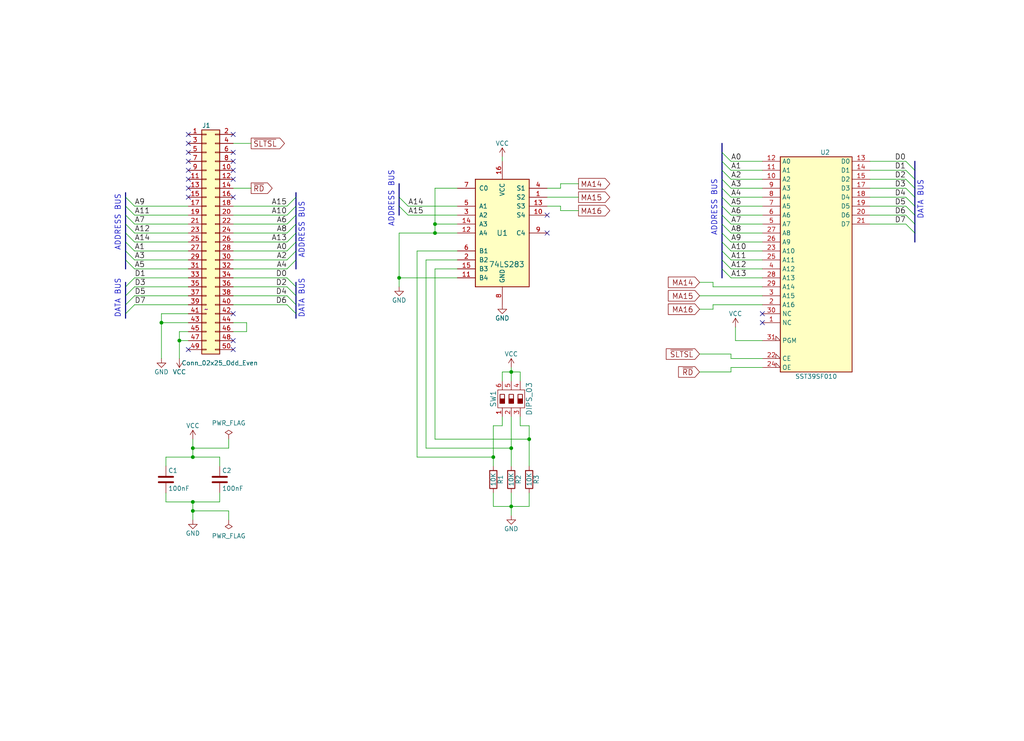
<source format=kicad_sch>
(kicad_sch (version 20211123) (generator eeschema)
  (paper "User" 289.992 210.007)
  (title_block (title "128KB cartridge for MSX systems") (date "2016-01-14") (rev "01") (company "Alvaro Polo"))
  (lib_symbols
    (symbol "74xx:74LS283" (pin_names (offset 1.016))
      (property "Reference" "U" (at -7.62 16.51 0))
      (property "Value" "74LS283" (at -7.62 -16.51 0))
      (symbol "74LS283_1_0"
        (pin output line (at 12.7 10.16 180) (length 5.08) (name "S2") (number "1"))
        (pin output line (at 12.7 5.08 180) (length 5.08) (name "S4") (number "10"))
        (pin input line (at -12.7 -12.7 0) (length 5.08) (name "B4") (number "11"))
        (pin input line (at -12.7 0 0) (length 5.08) (name "A4") (number "12"))
        (pin output line (at 12.7 7.62 180) (length 5.08) (name "S3") (number "13"))
        (pin input line (at -12.7 2.54 0) (length 5.08) (name "A3") (number "14"))
        (pin input line (at -12.7 -10.16 0) (length 5.08) (name "B3") (number "15"))
        (pin power_in line (at 0 20.32 270) (length 5.08) (name "VCC") (number "16"))
        (pin input line (at -12.7 -7.62 0) (length 5.08) (name "B2") (number "2"))
        (pin input line (at -12.7 5.08 0) (length 5.08) (name "A2") (number "3"))
        (pin output line (at 12.7 12.7 180) (length 5.08) (name "S1") (number "4"))
        (pin input line (at -12.7 7.62 0) (length 5.08) (name "A1") (number "5"))
        (pin input line (at -12.7 -5.08 0) (length 5.08) (name "B1") (number "6"))
        (pin input line (at -12.7 12.7 0) (length 5.08) (name "C0") (number "7"))
        (pin power_in line (at 0 -20.32 90) (length 5.08) (name "GND") (number "8"))
        (pin output line (at 12.7 0 180) (length 5.08) (name "C4") (number "9"))
      )
      (symbol "74LS283_1_1"
        (rectangle (start -7.62 15.24) (end 7.62 -15.24) (stroke (width 0.254)) (fill (type background)))
      )
    )
    (symbol "Connector_Generic:Conn_02x25_Odd_Even" (pin_names (offset 1.016) hide)
      (property "Reference" "J" (at 1.27 33.02 0))
      (property "Value" "Conn_02x25_Odd_Even" (at 1.27 -33.02 0))
      (symbol "Conn_02x25_Odd_Even_1_1"
        (rectangle (start -1.27 -30.353) (end 0 -30.607) (stroke (width 0.1524)))
        (rectangle (start -1.27 -27.813) (end 0 -28.067) (stroke (width 0.1524)))
        (rectangle (start -1.27 -25.273) (end 0 -25.527) (stroke (width 0.1524)))
        (rectangle (start -1.27 -22.733) (end 0 -22.987) (stroke (width 0.1524)))
        (rectangle (start -1.27 -20.193) (end 0 -20.447) (stroke (width 0.1524)))
        (rectangle (start -1.27 -17.653) (end 0 -17.907) (stroke (width 0.1524)))
        (rectangle (start -1.27 -15.113) (end 0 -15.367) (stroke (width 0.1524)))
        (rectangle (start -1.27 -12.573) (end 0 -12.827) (stroke (width 0.1524)))
        (rectangle (start -1.27 -10.033) (end 0 -10.287) (stroke (width 0.1524)))
        (rectangle (start -1.27 -7.493) (end 0 -7.747) (stroke (width 0.1524)))
        (rectangle (start -1.27 -4.953) (end 0 -5.207) (stroke (width 0.1524)))
        (rectangle (start -1.27 -2.413) (end 0 -2.667) (stroke (width 0.1524)))
        (rectangle (start -1.27 0.127) (end 0 -0.127) (stroke (width 0.1524)))
        (rectangle (start -1.27 2.667) (end 0 2.413) (stroke (width 0.1524)))
        (rectangle (start -1.27 5.207) (end 0 4.953) (stroke (width 0.1524)))
        (rectangle (start -1.27 7.747) (end 0 7.493) (stroke (width 0.1524)))
        (rectangle (start -1.27 10.287) (end 0 10.033) (stroke (width 0.1524)))
        (rectangle (start -1.27 12.827) (end 0 12.573) (stroke (width 0.1524)))
        (rectangle (start -1.27 15.367) (end 0 15.113) (stroke (width 0.1524)))
        (rectangle (start -1.27 17.907) (end 0 17.653) (stroke (width 0.1524)))
        (rectangle (start -1.27 20.447) (end 0 20.193) (stroke (width 0.1524)))
        (rectangle (start -1.27 22.987) (end 0 22.733) (stroke (width 0.1524)))
        (rectangle (start -1.27 25.527) (end 0 25.273) (stroke (width 0.1524)))
        (rectangle (start -1.27 28.067) (end 0 27.813) (stroke (width 0.1524)))
        (rectangle (start -1.27 30.607) (end 0 30.353) (stroke (width 0.1524)))
        (rectangle (start -1.27 31.75) (end 3.81 -31.75) (stroke (width 0.254)) (fill (type background)))
        (rectangle (start 3.81 -30.353) (end 2.54 -30.607) (stroke (width 0.1524)))
        (rectangle (start 3.81 -27.813) (end 2.54 -28.067) (stroke (width 0.1524)))
        (rectangle (start 3.81 -25.273) (end 2.54 -25.527) (stroke (width 0.1524)))
        (rectangle (start 3.81 -22.733) (end 2.54 -22.987) (stroke (width 0.1524)))
        (rectangle (start 3.81 -20.193) (end 2.54 -20.447) (stroke (width 0.1524)))
        (rectangle (start 3.81 -17.653) (end 2.54 -17.907) (stroke (width 0.1524)))
        (rectangle (start 3.81 -15.113) (end 2.54 -15.367) (stroke (width 0.1524)))
        (rectangle (start 3.81 -12.573) (end 2.54 -12.827) (stroke (width 0.1524)))
        (rectangle (start 3.81 -10.033) (end 2.54 -10.287) (stroke (width 0.1524)))
        (rectangle (start 3.81 -7.493) (end 2.54 -7.747) (stroke (width 0.1524)))
        (rectangle (start 3.81 -4.953) (end 2.54 -5.207) (stroke (width 0.1524)))
        (rectangle (start 3.81 -2.413) (end 2.54 -2.667) (stroke (width 0.1524)))
        (rectangle (start 3.81 0.127) (end 2.54 -0.127) (stroke (width 0.1524)))
        (rectangle (start 3.81 2.667) (end 2.54 2.413) (stroke (width 0.1524)))
        (rectangle (start 3.81 5.207) (end 2.54 4.953) (stroke (width 0.1524)))
        (rectangle (start 3.81 7.747) (end 2.54 7.493) (stroke (width 0.1524)))
        (rectangle (start 3.81 10.287) (end 2.54 10.033) (stroke (width 0.1524)))
        (rectangle (start 3.81 12.827) (end 2.54 12.573) (stroke (width 0.1524)))
        (rectangle (start 3.81 15.367) (end 2.54 15.113) (stroke (width 0.1524)))
        (rectangle (start 3.81 17.907) (end 2.54 17.653) (stroke (width 0.1524)))
        (rectangle (start 3.81 20.447) (end 2.54 20.193) (stroke (width 0.1524)))
        (rectangle (start 3.81 22.987) (end 2.54 22.733) (stroke (width 0.1524)))
        (rectangle (start 3.81 25.527) (end 2.54 25.273) (stroke (width 0.1524)))
        (rectangle (start 3.81 28.067) (end 2.54 27.813) (stroke (width 0.1524)))
        (rectangle (start 3.81 30.607) (end 2.54 30.353) (stroke (width 0.1524)))
        (pin passive line (at -5.08 30.48 0) (length 3.81) (name "Pin_1") (number "1"))
        (pin passive line (at 7.62 20.32 180) (length 3.81) (name "Pin_10") (number "10"))
        (pin passive line (at -5.08 17.78 0) (length 3.81) (name "Pin_11") (number "11"))
        (pin passive line (at 7.62 17.78 180) (length 3.81) (name "Pin_12") (number "12"))
        (pin passive line (at -5.08 15.24 0) (length 3.81) (name "Pin_13") (number "13"))
        (pin passive line (at 7.62 15.24 180) (length 3.81) (name "Pin_14") (number "14"))
        (pin passive line (at -5.08 12.7 0) (length 3.81) (name "Pin_15") (number "15"))
        (pin passive line (at 7.62 12.7 180) (length 3.81) (name "Pin_16") (number "16"))
        (pin passive line (at -5.08 10.16 0) (length 3.81) (name "Pin_17") (number "17"))
        (pin passive line (at 7.62 10.16 180) (length 3.81) (name "Pin_18") (number "18"))
        (pin passive line (at -5.08 7.62 0) (length 3.81) (name "Pin_19") (number "19"))
        (pin passive line (at 7.62 30.48 180) (length 3.81) (name "Pin_2") (number "2"))
        (pin passive line (at 7.62 7.62 180) (length 3.81) (name "Pin_20") (number "20"))
        (pin passive line (at -5.08 5.08 0) (length 3.81) (name "Pin_21") (number "21"))
        (pin passive line (at 7.62 5.08 180) (length 3.81) (name "Pin_22") (number "22"))
        (pin passive line (at -5.08 2.54 0) (length 3.81) (name "Pin_23") (number "23"))
        (pin passive line (at 7.62 2.54 180) (length 3.81) (name "Pin_24") (number "24"))
        (pin passive line (at -5.08 0 0) (length 3.81) (name "Pin_25") (number "25"))
        (pin passive line (at 7.62 0 180) (length 3.81) (name "Pin_26") (number "26"))
        (pin passive line (at -5.08 -2.54 0) (length 3.81) (name "Pin_27") (number "27"))
        (pin passive line (at 7.62 -2.54 180) (length 3.81) (name "Pin_28") (number "28"))
        (pin passive line (at -5.08 -5.08 0) (length 3.81) (name "Pin_29") (number "29"))
        (pin passive line (at -5.08 27.94 0) (length 3.81) (name "Pin_3") (number "3"))
        (pin passive line (at 7.62 -5.08 180) (length 3.81) (name "Pin_30") (number "30"))
        (pin passive line (at -5.08 -7.62 0) (length 3.81) (name "Pin_31") (number "31"))
        (pin passive line (at 7.62 -7.62 180) (length 3.81) (name "Pin_32") (number "32"))
        (pin passive line (at -5.08 -10.16 0) (length 3.81) (name "Pin_33") (number "33"))
        (pin passive line (at 7.62 -10.16 180) (length 3.81) (name "Pin_34") (number "34"))
        (pin passive line (at -5.08 -12.7 0) (length 3.81) (name "Pin_35") (number "35"))
        (pin passive line (at 7.62 -12.7 180) (length 3.81) (name "Pin_36") (number "36"))
        (pin passive line (at -5.08 -15.24 0) (length 3.81) (name "Pin_37") (number "37"))
        (pin passive line (at 7.62 -15.24 180) (length 3.81) (name "Pin_38") (number "38"))
        (pin passive line (at -5.08 -17.78 0) (length 3.81) (name "Pin_39") (number "39"))
        (pin passive line (at 7.62 27.94 180) (length 3.81) (name "Pin_4") (number "4"))
        (pin passive line (at 7.62 -17.78 180) (length 3.81) (name "Pin_40") (number "40"))
        (pin passive line (at -5.08 -20.32 0) (length 3.81) (name "Pin_41") (number "41"))
        (pin passive line (at 7.62 -20.32 180) (length 3.81) (name "Pin_42") (number "42"))
        (pin passive line (at -5.08 -22.86 0) (length 3.81) (name "Pin_43") (number "43"))
        (pin passive line (at 7.62 -22.86 180) (length 3.81) (name "Pin_44") (number "44"))
        (pin passive line (at -5.08 -25.4 0) (length 3.81) (name "Pin_45") (number "45"))
        (pin passive line (at 7.62 -25.4 180) (length 3.81) (name "Pin_46") (number "46"))
        (pin passive line (at -5.08 -27.94 0) (length 3.81) (name "Pin_47") (number "47"))
        (pin passive line (at 7.62 -27.94 180) (length 3.81) (name "Pin_48") (number "48"))
        (pin passive line (at -5.08 -30.48 0) (length 3.81) (name "Pin_49") (number "49"))
        (pin passive line (at -5.08 25.4 0) (length 3.81) (name "Pin_5") (number "5"))
        (pin passive line (at 7.62 -30.48 180) (length 3.81) (name "Pin_50") (number "50"))
        (pin passive line (at 7.62 25.4 180) (length 3.81) (name "Pin_6") (number "6"))
        (pin passive line (at -5.08 22.86 0) (length 3.81) (name "Pin_7") (number "7"))
        (pin passive line (at 7.62 22.86 180) (length 3.81) (name "Pin_8") (number "8"))
        (pin passive line (at -5.08 20.32 0) (length 3.81) (name "Pin_9") (number "9"))
      )
    )
    (symbol "Device:C" (pin_numbers hide) (pin_names (offset 0.254))
      (property "Reference" "C" (at 0.635 2.54 0))
      (property "Value" "C" (at 0.635 -2.54 0))
      (symbol "C_0_1"
        (polyline (pts (xy -2.032 -0.762) (xy 2.032 -0.762)) (stroke (width 0.508)))
        (polyline (pts (xy -2.032 0.762) (xy 2.032 0.762)) (stroke (width 0.508)))
      )
      (symbol "C_1_1"
        (pin passive line (at 0 3.81 270) (length 2.794) (name "~") (number "1"))
        (pin passive line (at 0 -3.81 90) (length 2.794) (name "~") (number "2"))
      )
    )
    (symbol "Device:R" (pin_numbers hide) (pin_names (offset 0))
      (property "Reference" "R" (at 2.032 0 90))
      (property "Value" "R" (at 0 0 90))
      (symbol "R_0_1"
        (rectangle (start -1.016 -2.54) (end 1.016 2.54) (stroke (width 0.254)))
      )
      (symbol "R_1_1"
        (pin passive line (at 0 3.81 270) (length 1.27) (name "~") (number "1"))
        (pin passive line (at 0 -3.81 90) (length 1.27) (name "~") (number "2"))
      )
    )
    (symbol "Memory_Flash:SST39SF010"
      (property "Reference" "U" (at 2.54 33.02 0))
      (property "Value" "SST39SF010" (at 0 -30.48 0))
      (symbol "SST39SF010_0_0"
        (pin power_in line (at 0 -30.48 90) (length 1.27) hide (name "GND") (number "16"))
        (pin power_in line (at 0 33.02 270) (length 1.27) hide (name "VCC") (number "32"))
      )
      (symbol "SST39SF010_0_1"
        (rectangle (start -10.16 31.75) (end 10.16 -29.21) (stroke (width 0.254)) (fill (type background)))
      )
      (symbol "SST39SF010_1_1"
        (pin input line (at -15.24 -15.24 0) (length 5.08) (name "NC") (number "1"))
        (pin input line (at -15.24 25.4 0) (length 5.08) (name "A2") (number "10"))
        (pin input line (at -15.24 27.94 0) (length 5.08) (name "A1") (number "11"))
        (pin input line (at -15.24 30.48 0) (length 5.08) (name "A0") (number "12"))
        (pin tri_state line (at 15.24 30.48 180) (length 5.08) (name "D0") (number "13"))
        (pin tri_state line (at 15.24 27.94 180) (length 5.08) (name "D1") (number "14"))
        (pin tri_state line (at 15.24 25.4 180) (length 5.08) (name "D2") (number "15"))
        (pin tri_state line (at 15.24 22.86 180) (length 5.08) (name "D3") (number "17"))
        (pin tri_state line (at 15.24 20.32 180) (length 5.08) (name "D4") (number "18"))
        (pin tri_state line (at 15.24 17.78 180) (length 5.08) (name "D5") (number "19"))
        (pin input line (at -15.24 -10.16 0) (length 5.08) (name "A16") (number "2"))
        (pin tri_state line (at 15.24 15.24 180) (length 5.08) (name "D6") (number "20"))
        (pin tri_state line (at 15.24 12.7 180) (length 5.08) (name "D7") (number "21"))
        (pin input input_low (at -15.24 -25.4 0) (length 5.08) (name "CE") (number "22"))
        (pin input line (at -15.24 5.08 0) (length 5.08) (name "A10") (number "23"))
        (pin input input_low (at -15.24 -27.94 0) (length 5.08) (name "OE") (number "24"))
        (pin input line (at -15.24 2.54 0) (length 5.08) (name "A11") (number "25"))
        (pin input line (at -15.24 7.62 0) (length 5.08) (name "A9") (number "26"))
        (pin input line (at -15.24 10.16 0) (length 5.08) (name "A8") (number "27"))
        (pin input line (at -15.24 -2.54 0) (length 5.08) (name "A13") (number "28"))
        (pin input line (at -15.24 -5.08 0) (length 5.08) (name "A14") (number "29"))
        (pin input line (at -15.24 -7.62 0) (length 5.08) (name "A15") (number "3"))
        (pin input line (at -15.24 -12.7 0) (length 5.08) (name "NC") (number "30"))
        (pin input input_low (at -15.24 -20.32 0) (length 5.08) (name "PGM") (number "31"))
        (pin input line (at -15.24 0 0) (length 5.08) (name "A12") (number "4"))
        (pin input line (at -15.24 12.7 0) (length 5.08) (name "A7") (number "5"))
        (pin input line (at -15.24 15.24 0) (length 5.08) (name "A6") (number "6"))
        (pin input line (at -15.24 17.78 0) (length 5.08) (name "A5") (number "7"))
        (pin input line (at -15.24 20.32 0) (length 5.08) (name "A4") (number "8"))
        (pin input line (at -15.24 22.86 0) (length 5.08) (name "A3") (number "9"))
      )
    )
    (symbol "power:GND" (power) (pin_names (offset 0))
      (property "Value" "GND" (at 0 -3.81 0))
      (symbol "GND_0_1"
        (polyline (pts (xy 0 0) (xy 0 -1.27) (xy 1.27 -1.27) (xy 0 -2.54) (xy -1.27 -1.27) (xy 0 -1.27)))
      )
      (symbol "GND_1_1"
        (pin power_in line (at 0 0 270) (length 0) hide (name "GND") (number "1"))
      )
    )
    (symbol "power:PWR_FLAG" (power) (pin_numbers hide) (pin_names (offset 0) hide)
      (property "Value" "PWR_FLAG" (at 0 3.81 0))
      (symbol "PWR_FLAG_0_0"
        (pin power_out line (at 0 0 90) (length 0) (name "pwr") (number "1"))
      )
      (symbol "PWR_FLAG_0_1"
        (polyline (pts (xy 0 0) (xy 0 1.27) (xy -1.016 1.905) (xy 0 2.54) (xy 1.016 1.905) (xy 0 1.27)))
      )
    )
    (symbol "power:VCC" (power) (pin_names (offset 0))
      (property "Value" "VCC" (at 0 3.81 0))
      (symbol "VCC_0_1"
        (polyline (pts (xy -0.762 1.27) (xy 0 2.54)))
        (polyline (pts (xy 0 0) (xy 0 2.54)))
        (polyline (pts (xy 0 2.54) (xy 0.762 1.27)))
      )
      (symbol "VCC_1_1"
        (pin power_in line (at 0 0 90) (length 0) hide (name "VCC") (number "1"))
      )
    )
    (symbol "rom128k-rescue:DIPS_03-dips-s" (pin_names (offset 0) hide)
      (property "Reference" "SW" (at -5.08 0 90))
      (property "Value" "DIPS_03-dips-s" (at 5.08 0 90))
      (symbol "DIPS_03-dips-s_0_1"
        (rectangle (start -3.81 2.54) (end 3.81 -2.54))
        (rectangle (start -1.905 0) (end -3.175 -1.27) (fill (type outline)))
        (rectangle (start -1.905 0) (end -3.175 -1.27) (fill (type outline)))
        (rectangle (start -1.905 1.27) (end -3.175 -1.27))
        (rectangle (start -1.905 1.27) (end -3.175 -1.27))
        (rectangle (start 0.635 0) (end -0.635 -1.27) (fill (type outline)))
        (rectangle (start 0.635 0) (end -0.635 -1.27) (fill (type outline)))
        (rectangle (start 0.635 1.27) (end -0.635 -1.27))
        (rectangle (start 0.635 1.27) (end -0.635 -1.27))
        (rectangle (start 3.175 0) (end 1.905 -1.27) (fill (type outline)))
        (rectangle (start 3.175 0) (end 1.905 -1.27) (fill (type outline)))
        (rectangle (start 3.175 1.27) (end 1.905 -1.27))
        (rectangle (start 3.175 1.27) (end 1.905 -1.27))
      )
      (symbol "DIPS_03-dips-s_1_1"
        (pin passive line (at -2.54 -5.08 90) (length 2.54) (name "~") (number "1"))
        (pin passive line (at -2.54 -5.08 90) (length 2.54) (name "~") (number "1"))
        (pin passive line (at 0 -5.08 90) (length 2.54) (name "~") (number "2"))
        (pin passive line (at 2.54 -5.08 90) (length 2.54) (name "~") (number "3"))
        (pin passive line (at 2.54 5.08 270) (length 2.54) (name "~") (number "4"))
        (pin passive line (at 0 5.08 270) (length 2.54) (name "~") (number "5"))
        (pin passive line (at -2.54 5.08 270) (length 2.54) (name "~") (number "6"))
      )
    )
  )
  (junction (at 123.19 66.04))
  (junction (at 144.78 105.41))
  (junction (at 144.78 127))
  (junction (at 139.7 129.54))
  (junction (at 144.78 143.51))
  (junction (at 50.8 96.52))
  (junction (at 149.86 124.46))
  (junction (at 54.61 127))
  (junction (at 54.61 142.24))
  (junction (at 123.19 63.5))
  (junction (at 113.03 78.74))
  (junction (at 45.72 91.44))
  (junction (at 54.61 129.54))
  (junction (at 54.61 144.78))
  (no_connect (at 154.94 66.04))
  (no_connect (at 66.04 55.88))
  (no_connect (at 53.34 40.64))
  (no_connect (at 66.04 38.1))
  (no_connect (at 53.34 48.26))
  (no_connect (at 53.34 38.1))
  (no_connect (at 53.34 43.18))
  (no_connect (at 53.34 53.34))
  (no_connect (at 66.04 48.26))
  (no_connect (at 66.04 50.8))
  (no_connect (at 66.04 96.52))
  (no_connect (at 53.34 55.88))
  (no_connect (at 53.34 45.72))
  (no_connect (at 66.04 43.18))
  (no_connect (at 66.04 45.72))
  (no_connect (at 66.04 88.9))
  (no_connect (at 215.9 91.44))
  (no_connect (at 53.34 99.06))
  (no_connect (at 53.34 50.8))
  (no_connect (at 154.94 60.96))
  (no_connect (at 215.9 88.9))
  (no_connect (at 66.04 99.06))
  (bus_entry (at 256.54 58.42) (size 2.54 2.54))
  (bus_entry (at 81.28 76.2) (size 2.54 -2.54))
  (bus_entry (at 81.28 86.36) (size 2.54 2.54))
  (bus_entry (at 35.56 88.9) (size 2.54 -2.54))
  (bus_entry (at 113.03 58.42) (size 2.54 2.54))
  (bus_entry (at 81.28 63.5) (size 2.54 -2.54))
  (bus_entry (at 35.56 81.28) (size 2.54 -2.54))
  (bus_entry (at 35.56 86.36) (size 2.54 -2.54))
  (bus_entry (at 81.28 58.42) (size 2.54 -2.54))
  (bus_entry (at 35.56 55.88) (size 2.54 2.54))
  (bus_entry (at 35.56 68.58) (size 2.54 2.54))
  (bus_entry (at 81.28 73.66) (size 2.54 -2.54))
  (bus_entry (at 256.54 63.5) (size 2.54 2.54))
  (bus_entry (at 35.56 60.96) (size 2.54 2.54))
  (bus_entry (at 81.28 66.04) (size 2.54 -2.54))
  (bus_entry (at 81.28 78.74) (size 2.54 2.54))
  (bus_entry (at 204.47 58.42) (size 2.54 2.54))
  (bus_entry (at 256.54 45.72) (size 2.54 2.54))
  (bus_entry (at 204.47 50.8) (size 2.54 2.54))
  (bus_entry (at 113.03 55.88) (size 2.54 2.54))
  (bus_entry (at 81.28 83.82) (size 2.54 2.54))
  (bus_entry (at 81.28 68.58) (size 2.54 -2.54))
  (bus_entry (at 204.47 66.04) (size 2.54 2.54))
  (bus_entry (at 35.56 63.5) (size 2.54 2.54))
  (bus_entry (at 204.47 48.26) (size 2.54 2.54))
  (bus_entry (at 204.47 68.58) (size 2.54 2.54))
  (bus_entry (at 35.56 73.66) (size 2.54 2.54))
  (bus_entry (at 256.54 50.8) (size 2.54 2.54))
  (bus_entry (at 204.47 53.34) (size 2.54 2.54))
  (bus_entry (at 35.56 83.82) (size 2.54 -2.54))
  (bus_entry (at 256.54 53.34) (size 2.54 2.54))
  (bus_entry (at 204.47 55.88) (size 2.54 2.54))
  (bus_entry (at 204.47 63.5) (size 2.54 2.54))
  (bus_entry (at 204.47 76.2) (size 2.54 2.54))
  (bus_entry (at 81.28 71.12) (size 2.54 -2.54))
  (bus_entry (at 204.47 45.72) (size 2.54 2.54))
  (bus_entry (at 204.47 43.18) (size 2.54 2.54))
  (bus_entry (at 204.47 60.96) (size 2.54 2.54))
  (bus_entry (at 81.28 81.28) (size 2.54 2.54))
  (bus_entry (at 35.56 58.42) (size 2.54 2.54))
  (bus_entry (at 256.54 60.96) (size 2.54 2.54))
  (bus_entry (at 256.54 55.88) (size 2.54 2.54))
  (bus_entry (at 256.54 48.26) (size 2.54 2.54))
  (bus_entry (at 204.47 71.12) (size 2.54 2.54))
  (bus_entry (at 35.56 66.04) (size 2.54 2.54))
  (bus_entry (at 35.56 71.12) (size 2.54 2.54))
  (bus_entry (at 204.47 73.66) (size 2.54 2.54))
  (bus_entry (at 81.28 60.96) (size 2.54 -2.54))
  (wire (pts (xy 215.9 53.34) (xy 207.01 53.34)))
  (wire (pts (xy 142.24 105.41) (xy 144.78 105.41)))
  (wire (pts (xy 139.7 120.65) (xy 142.24 120.65)))
  (wire (pts (xy 64.77 147.32) (xy 64.77 144.78)))
  (wire (pts (xy 147.32 105.41) (xy 147.32 107.95)))
  (wire (pts (xy 46.99 132.08) (xy 46.99 129.54)))
  (wire (pts (xy 198.12 80.01) (xy 201.93 80.01)))
  (wire (pts (xy 69.85 93.98) (xy 69.85 91.44)))
  (wire (pts (xy 66.04 78.74) (xy 81.28 78.74)))
  (wire (pts (xy 118.11 71.12) (xy 129.54 71.12)))
  (wire (pts (xy 118.11 129.54) (xy 139.7 129.54)))
  (bus (pts (xy 259.08 48.26) (xy 259.08 50.8)))
  (wire (pts (xy 46.99 139.7) (xy 46.99 142.24)))
  (wire (pts (xy 38.1 83.82) (xy 53.34 83.82)))
  (bus (pts (xy 259.08 58.42) (xy 259.08 60.96)))
  (wire (pts (xy 66.04 73.66) (xy 81.28 73.66)))
  (wire (pts (xy 201.93 80.01) (xy 201.93 81.28)))
  (wire (pts (xy 142.24 105.41) (xy 142.24 107.95)))
  (wire (pts (xy 123.19 76.2) (xy 129.54 76.2)))
  (bus (pts (xy 83.82 86.36) (xy 83.82 88.9)))
  (wire (pts (xy 149.86 120.65) (xy 147.32 120.65)))
  (wire (pts (xy 144.78 143.51) (xy 144.78 146.05)))
  (wire (pts (xy 120.65 73.66) (xy 120.65 127)))
  (wire (pts (xy 144.78 118.11) (xy 144.78 127)))
  (wire (pts (xy 123.19 53.34) (xy 123.19 63.5)))
  (wire (pts (xy 215.9 48.26) (xy 207.01 48.26)))
  (bus (pts (xy 35.56 80.01) (xy 35.56 81.28)))
  (bus (pts (xy 259.08 50.8) (xy 259.08 53.34)))
  (wire (pts (xy 201.93 86.36) (xy 215.9 86.36)))
  (bus (pts (xy 204.47 68.58) (xy 204.47 71.12)))
  (bus (pts (xy 259.08 63.5) (xy 259.08 66.04)))
  (wire (pts (xy 198.12 105.41) (xy 207.01 105.41)))
  (bus (pts (xy 35.56 83.82) (xy 35.56 86.36)))
  (bus (pts (xy 259.08 45.72) (xy 259.08 48.26)))
  (wire (pts (xy 66.04 40.64) (xy 71.12 40.64)))
  (bus (pts (xy 204.47 40.64) (xy 204.47 43.18)))
  (bus (pts (xy 83.82 66.04) (xy 83.82 68.58)))
  (wire (pts (xy 113.03 66.04) (xy 113.03 78.74)))
  (bus (pts (xy 83.82 68.58) (xy 83.82 71.12)))
  (wire (pts (xy 54.61 142.24) (xy 62.23 142.24)))
  (wire (pts (xy 66.04 68.58) (xy 81.28 68.58)))
  (wire (pts (xy 163.83 52.07) (xy 158.75 52.07)))
  (wire (pts (xy 139.7 143.51) (xy 144.78 143.51)))
  (wire (pts (xy 38.1 68.58) (xy 53.34 68.58)))
  (wire (pts (xy 69.85 91.44) (xy 66.04 91.44)))
  (bus (pts (xy 35.56 68.58) (xy 35.56 71.12)))
  (wire (pts (xy 207.01 76.2) (xy 215.9 76.2)))
  (wire (pts (xy 66.04 60.96) (xy 81.28 60.96)))
  (bus (pts (xy 204.47 71.12) (xy 204.47 73.66)))
  (wire (pts (xy 149.86 120.65) (xy 149.86 124.46)))
  (wire (pts (xy 207.01 105.41) (xy 207.01 104.14)))
  (wire (pts (xy 149.86 143.51) (xy 149.86 139.7)))
  (wire (pts (xy 38.1 66.04) (xy 53.34 66.04)))
  (wire (pts (xy 215.9 63.5) (xy 207.01 63.5)))
  (bus (pts (xy 35.56 66.04) (xy 35.56 68.58)))
  (wire (pts (xy 129.54 63.5) (xy 123.19 63.5)))
  (wire (pts (xy 46.99 142.24) (xy 54.61 142.24)))
  (wire (pts (xy 38.1 76.2) (xy 53.34 76.2)))
  (wire (pts (xy 246.38 63.5) (xy 256.54 63.5)))
  (wire (pts (xy 50.8 93.98) (xy 53.34 93.98)))
  (wire (pts (xy 123.19 76.2) (xy 123.19 124.46)))
  (wire (pts (xy 198.12 87.63) (xy 201.93 87.63)))
  (bus (pts (xy 35.56 73.66) (xy 35.56 76.2)))
  (wire (pts (xy 123.19 63.5) (xy 123.19 66.04)))
  (wire (pts (xy 207.01 104.14) (xy 215.9 104.14)))
  (wire (pts (xy 113.03 78.74) (xy 113.03 81.28)))
  (bus (pts (xy 259.08 53.34) (xy 259.08 55.88)))
  (wire (pts (xy 66.04 71.12) (xy 81.28 71.12)))
  (wire (pts (xy 144.78 105.41) (xy 147.32 105.41)))
  (wire (pts (xy 66.04 93.98) (xy 69.85 93.98)))
  (wire (pts (xy 54.61 124.46) (xy 54.61 127)))
  (wire (pts (xy 54.61 142.24) (xy 54.61 144.78)))
  (wire (pts (xy 142.24 120.65) (xy 142.24 118.11)))
  (wire (pts (xy 139.7 120.65) (xy 139.7 129.54)))
  (wire (pts (xy 62.23 129.54) (xy 62.23 132.08)))
  (wire (pts (xy 38.1 81.28) (xy 53.34 81.28)))
  (wire (pts (xy 158.75 53.34) (xy 154.94 53.34)))
  (bus (pts (xy 204.47 50.8) (xy 204.47 53.34)))
  (wire (pts (xy 53.34 91.44) (xy 45.72 91.44)))
  (wire (pts (xy 64.77 127) (xy 64.77 124.46)))
  (wire (pts (xy 54.61 144.78) (xy 54.61 147.32)))
  (wire (pts (xy 163.83 59.69) (xy 158.75 59.69)))
  (bus (pts (xy 35.56 71.12) (xy 35.56 73.66)))
  (wire (pts (xy 207.01 45.72) (xy 215.9 45.72)))
  (wire (pts (xy 53.34 88.9) (xy 45.72 88.9)))
  (wire (pts (xy 113.03 66.04) (xy 123.19 66.04)))
  (wire (pts (xy 207.01 55.88) (xy 215.9 55.88)))
  (wire (pts (xy 207.01 100.33) (xy 198.12 100.33)))
  (wire (pts (xy 62.23 142.24) (xy 62.23 139.7)))
  (wire (pts (xy 123.19 124.46) (xy 149.86 124.46)))
  (wire (pts (xy 129.54 53.34) (xy 123.19 53.34)))
  (bus (pts (xy 204.47 55.88) (xy 204.47 58.42)))
  (wire (pts (xy 38.1 73.66) (xy 53.34 73.66)))
  (wire (pts (xy 120.65 127) (xy 144.78 127)))
  (wire (pts (xy 120.65 73.66) (xy 129.54 73.66)))
  (bus (pts (xy 204.47 58.42) (xy 204.47 60.96)))
  (wire (pts (xy 207.01 66.04) (xy 215.9 66.04)))
  (bus (pts (xy 35.56 81.28) (xy 35.56 83.82)))
  (wire (pts (xy 50.8 93.98) (xy 50.8 96.52)))
  (wire (pts (xy 158.75 58.42) (xy 154.94 58.42)))
  (wire (pts (xy 38.1 60.96) (xy 53.34 60.96)))
  (wire (pts (xy 46.99 129.54) (xy 54.61 129.54)))
  (wire (pts (xy 129.54 60.96) (xy 115.57 60.96)))
  (wire (pts (xy 147.32 120.65) (xy 147.32 118.11)))
  (wire (pts (xy 54.61 129.54) (xy 62.23 129.54)))
  (wire (pts (xy 66.04 86.36) (xy 81.28 86.36)))
  (wire (pts (xy 66.04 83.82) (xy 81.28 83.82)))
  (wire (pts (xy 215.9 68.58) (xy 207.01 68.58)))
  (wire (pts (xy 142.24 44.45) (xy 142.24 45.72)))
  (bus (pts (xy 83.82 81.28) (xy 83.82 83.82)))
  (wire (pts (xy 38.1 78.74) (xy 53.34 78.74)))
  (bus (pts (xy 83.82 83.82) (xy 83.82 86.36)))
  (wire (pts (xy 129.54 58.42) (xy 115.57 58.42)))
  (bus (pts (xy 83.82 80.01) (xy 83.82 81.28)))
  (wire (pts (xy 158.75 59.69) (xy 158.75 58.42)))
  (wire (pts (xy 139.7 139.7) (xy 139.7 143.51)))
  (wire (pts (xy 38.1 71.12) (xy 53.34 71.12)))
  (wire (pts (xy 38.1 63.5) (xy 53.34 63.5)))
  (bus (pts (xy 204.47 43.18) (xy 204.47 45.72)))
  (bus (pts (xy 204.47 45.72) (xy 204.47 48.26)))
  (wire (pts (xy 144.78 127) (xy 144.78 132.08)))
  (bus (pts (xy 259.08 55.88) (xy 259.08 58.42)))
  (bus (pts (xy 204.47 60.96) (xy 204.47 63.5)))
  (bus (pts (xy 83.82 88.9) (xy 83.82 90.17)))
  (bus (pts (xy 259.08 66.04) (xy 259.08 68.58)))
  (wire (pts (xy 144.78 139.7) (xy 144.78 143.51)))
  (wire (pts (xy 246.38 45.72) (xy 256.54 45.72)))
  (bus (pts (xy 35.56 54.61) (xy 35.56 55.88)))
  (wire (pts (xy 154.94 55.88) (xy 163.83 55.88)))
  (wire (pts (xy 149.86 124.46) (xy 149.86 132.08)))
  (wire (pts (xy 45.72 91.44) (xy 45.72 101.6)))
  (wire (pts (xy 118.11 71.12) (xy 118.11 129.54)))
  (bus (pts (xy 35.56 58.42) (xy 35.56 60.96)))
  (bus (pts (xy 113.03 58.42) (xy 113.03 60.96)))
  (wire (pts (xy 66.04 66.04) (xy 81.28 66.04)))
  (wire (pts (xy 207.01 50.8) (xy 215.9 50.8)))
  (wire (pts (xy 215.9 58.42) (xy 207.01 58.42)))
  (wire (pts (xy 45.72 88.9) (xy 45.72 91.44)))
  (wire (pts (xy 207.01 101.6) (xy 207.01 100.33)))
  (wire (pts (xy 144.78 143.51) (xy 149.86 143.51)))
  (bus (pts (xy 113.03 52.07) (xy 113.03 55.88)))
  (wire (pts (xy 54.61 127) (xy 54.61 129.54)))
  (wire (pts (xy 256.54 53.34) (xy 246.38 53.34)))
  (bus (pts (xy 204.47 66.04) (xy 204.47 68.58)))
  (wire (pts (xy 256.54 60.96) (xy 246.38 60.96)))
  (wire (pts (xy 66.04 81.28) (xy 81.28 81.28)))
  (wire (pts (xy 208.28 92.71) (xy 208.28 96.52)))
  (wire (pts (xy 144.78 105.41) (xy 144.78 107.95)))
  (bus (pts (xy 83.82 60.96) (xy 83.82 63.5)))
  (wire (pts (xy 139.7 129.54) (xy 139.7 132.08)))
  (bus (pts (xy 204.47 76.2) (xy 204.47 78.74)))
  (wire (pts (xy 123.19 66.04) (xy 129.54 66.04)))
  (bus (pts (xy 83.82 71.12) (xy 83.82 73.66)))
  (wire (pts (xy 246.38 50.8) (xy 256.54 50.8)))
  (wire (pts (xy 64.77 144.78) (xy 54.61 144.78)))
  (wire (pts (xy 38.1 58.42) (xy 53.34 58.42)))
  (wire (pts (xy 158.75 52.07) (xy 158.75 53.34)))
  (wire (pts (xy 53.34 96.52) (xy 50.8 96.52)))
  (wire (pts (xy 215.9 101.6) (xy 207.01 101.6)))
  (bus (pts (xy 35.56 86.36) (xy 35.56 88.9)))
  (bus (pts (xy 83.82 73.66) (xy 83.82 76.2)))
  (bus (pts (xy 35.56 60.96) (xy 35.56 63.5)))
  (wire (pts (xy 66.04 63.5) (xy 81.28 63.5)))
  (wire (pts (xy 207.01 60.96) (xy 215.9 60.96)))
  (wire (pts (xy 246.38 55.88) (xy 256.54 55.88)))
  (wire (pts (xy 144.78 104.14) (xy 144.78 105.41)))
  (bus (pts (xy 35.56 63.5) (xy 35.56 66.04)))
  (wire (pts (xy 54.61 127) (xy 64.77 127)))
  (wire (pts (xy 207.01 71.12) (xy 215.9 71.12)))
  (bus (pts (xy 204.47 53.34) (xy 204.47 55.88)))
  (bus (pts (xy 35.56 55.88) (xy 35.56 58.42)))
  (wire (pts (xy 215.9 73.66) (xy 207.01 73.66)))
  (bus (pts (xy 83.82 58.42) (xy 83.82 60.96)))
  (wire (pts (xy 198.12 83.82) (xy 215.9 83.82)))
  (bus (pts (xy 204.47 63.5) (xy 204.47 66.04)))
  (bus (pts (xy 83.82 63.5) (xy 83.82 66.04)))
  (bus (pts (xy 259.08 60.96) (xy 259.08 63.5)))
  (wire (pts (xy 129.54 78.74) (xy 113.03 78.74)))
  (wire (pts (xy 201.93 87.63) (xy 201.93 86.36)))
  (wire (pts (xy 215.9 78.74) (xy 207.01 78.74)))
  (bus (pts (xy 83.82 54.61) (xy 83.82 55.88)))
  (bus (pts (xy 113.03 55.88) (xy 113.03 58.42)))
  (wire (pts (xy 38.1 86.36) (xy 53.34 86.36)))
  (wire (pts (xy 50.8 96.52) (xy 50.8 101.6)))
  (wire (pts (xy 256.54 48.26) (xy 246.38 48.26)))
  (wire (pts (xy 71.12 53.34) (xy 66.04 53.34)))
  (wire (pts (xy 66.04 76.2) (xy 81.28 76.2)))
  (bus (pts (xy 204.47 73.66) (xy 204.47 76.2)))
  (wire (pts (xy 66.04 58.42) (xy 81.28 58.42)))
  (bus (pts (xy 204.47 48.26) (xy 204.47 50.8)))
  (bus (pts (xy 83.82 55.88) (xy 83.82 58.42)))
  (wire (pts (xy 208.28 96.52) (xy 215.9 96.52)))
  (wire (pts (xy 246.38 58.42) (xy 256.54 58.42)))
  (bus (pts (xy 35.56 88.9) (xy 35.56 90.17)))
  (wire (pts (xy 201.93 81.28) (xy 215.9 81.28)))
  (text "ADDRESS BUS" (at 203.2 50.8 270) (effects (font (size 1.524 1.524)) (justify right bottom)))
  (text "DATA BUS" (at 261.62 62.23 90) (effects (font (size 1.524 1.524)) (justify left bottom)))
  (text "ADDRESS BUS" (at 86.36 57.15 270) (effects (font (size 1.524 1.524)) (justify right bottom)))
  (text "DATA BUS" (at 86.36 90.17 90) (effects (font (size 1.524 1.524)) (justify left bottom)))
  (text "ADDRESS BUS" (at 34.29 71.12 90) (effects (font (size 1.524 1.524)) (justify left bottom)))
  (text "ADDRESS BUS" (at 111.76 48.26 270) (effects (font (size 1.524 1.524)) (justify right bottom)))
  (text "DATA BUS" (at 34.29 90.17 90) (effects (font (size 1.524 1.524)) (justify left bottom)))
  (label "A2" (at 81.28 73.66 180) (effects (font (size 1.524 1.524))))
  (label "A5" (at 38.1 76.2 0) (effects (font (size 1.524 1.524))))
  (label "A4" (at 81.28 76.2 180) (effects (font (size 1.524 1.524))))
  (label "D4" (at 256.54 55.88 180) (effects (font (size 1.524 1.524))))
  (label "A9" (at 207.01 68.58 0) (effects (font (size 1.524 1.524))))
  (label "A0" (at 81.28 71.12 180) (effects (font (size 1.524 1.524))))
  (label "D3" (at 256.54 53.34 180) (effects (font (size 1.524 1.524))))
  (label "D6" (at 81.28 86.36 180) (effects (font (size 1.524 1.524))))
  (label "D7" (at 38.1 86.36 0) (effects (font (size 1.524 1.524))))
  (label "A15" (at 81.28 58.42 180) (effects (font (size 1.524 1.524))))
  (label "D3" (at 38.1 81.28 0) (effects (font (size 1.524 1.524))))
  (label "A7" (at 207.01 63.5 0) (effects (font (size 1.524 1.524))))
  (label "D6" (at 256.54 60.96 180) (effects (font (size 1.524 1.524))))
  (label "A9" (at 38.1 58.42 0) (effects (font (size 1.524 1.524))))
  (label "A5" (at 207.01 58.42 0) (effects (font (size 1.524 1.524))))
  (label "D5" (at 256.54 58.42 180) (effects (font (size 1.524 1.524))))
  (label "D1" (at 38.1 78.74 0) (effects (font (size 1.524 1.524))))
  (label "D5" (at 38.1 83.82 0) (effects (font (size 1.524 1.524))))
  (label "A1" (at 38.1 71.12 0) (effects (font (size 1.524 1.524))))
  (label "A15" (at 115.57 60.96 0) (effects (font (size 1.524 1.524))))
  (label "D1" (at 256.54 48.26 180) (effects (font (size 1.524 1.524))))
  (label "A13" (at 207.01 78.74 0) (effects (font (size 1.524 1.524))))
  (label "A2" (at 207.01 50.8 0) (effects (font (size 1.524 1.524))))
  (label "D7" (at 256.54 63.5 180) (effects (font (size 1.524 1.524))))
  (label "A14" (at 38.1 68.58 0) (effects (font (size 1.524 1.524))))
  (label "A14" (at 115.57 58.42 0) (effects (font (size 1.524 1.524))))
  (label "D2" (at 256.54 50.8 180) (effects (font (size 1.524 1.524))))
  (label "A12" (at 38.1 66.04 0) (effects (font (size 1.524 1.524))))
  (label "A1" (at 207.01 48.26 0) (effects (font (size 1.524 1.524))))
  (label "A13" (at 81.28 68.58 180) (effects (font (size 1.524 1.524))))
  (label "A3" (at 207.01 53.34 0) (effects (font (size 1.524 1.524))))
  (label "A7" (at 38.1 63.5 0) (effects (font (size 1.524 1.524))))
  (label "A11" (at 207.01 73.66 0) (effects (font (size 1.524 1.524))))
  (label "A10" (at 207.01 71.12 0) (effects (font (size 1.524 1.524))))
  (label "D0" (at 81.28 78.74 180) (effects (font (size 1.524 1.524))))
  (label "D4" (at 81.28 83.82 180) (effects (font (size 1.524 1.524))))
  (label "A3" (at 38.1 73.66 0) (effects (font (size 1.524 1.524))))
  (label "A12" (at 207.01 76.2 0) (effects (font (size 1.524 1.524))))
  (label "D0" (at 256.54 45.72 180) (effects (font (size 1.524 1.524))))
  (label "A6" (at 207.01 60.96 0) (effects (font (size 1.524 1.524))))
  (label "A8" (at 81.28 66.04 180) (effects (font (size 1.524 1.524))))
  (label "D2" (at 81.28 81.28 180) (effects (font (size 1.524 1.524))))
  (label "A6" (at 81.28 63.5 180) (effects (font (size 1.524 1.524))))
  (label "A0" (at 207.01 45.72 0) (effects (font (size 1.524 1.524))))
  (label "A8" (at 207.01 66.04 0) (effects (font (size 1.524 1.524))))
  (label "A10" (at 81.28 60.96 180) (effects (font (size 1.524 1.524))))
  (label "A11" (at 38.1 60.96 0) (effects (font (size 1.524 1.524))))
  (label "A4" (at 207.01 55.88 0) (effects (font (size 1.524 1.524))))
  (global_label "~{SLTSL}" (shape input) (at 198.12 100.33 180) (effects (font (size 1.524 1.524))) (property "Intersheet References" "${INTERSHEET_REFS}" (effects hide)))
  (global_label "MA15" (shape input) (at 198.12 83.82 180) (effects (font (size 1.524 1.524))) (property "Intersheet References" "${INTERSHEET_REFS}" (effects hide)))
  (global_label "~{SLTSL}" (shape output) (at 71.12 40.64 0) (effects (font (size 1.524 1.524))) (property "Intersheet References" "${INTERSHEET_REFS}" (effects hide)))
  (global_label "MA14" (shape input) (at 198.12 80.01 180) (effects (font (size 1.524 1.524))) (property "Intersheet References" "${INTERSHEET_REFS}" (effects hide)))
  (global_label "MA16" (shape input) (at 198.12 87.63 180) (effects (font (size 1.524 1.524))) (property "Intersheet References" "${INTERSHEET_REFS}" (effects hide)))
  (global_label "MA15" (shape output) (at 163.83 55.88 0) (effects (font (size 1.524 1.524))) (property "Intersheet References" "${INTERSHEET_REFS}" (effects hide)))
  (global_label "~{RD}" (shape output) (at 71.12 53.34 0) (effects (font (size 1.524 1.524))) (property "Intersheet References" "${INTERSHEET_REFS}" (effects hide)))
  (global_label "MA16" (shape output) (at 163.83 59.69 0) (effects (font (size 1.524 1.524))) (property "Intersheet References" "${INTERSHEET_REFS}" (effects hide)))
  (global_label "~{RD}" (shape input) (at 198.12 105.41 180) (effects (font (size 1.524 1.524))) (property "Intersheet References" "${INTERSHEET_REFS}" (effects hide)))
  (global_label "MA14" (shape output) (at 163.83 52.07 0) (effects (font (size 1.524 1.524))) (property "Intersheet References" "${INTERSHEET_REFS}" (effects hide)))
  (symbol (lib_id "Connector_Generic:Conn_02x25_Odd_Even") (at 58.42 68.58 0) (unit 1)
    (property "Reference" "J1" (at 58.42 35.56 0))
    (property "Value" "Conn_02x25_Odd_Even" (at 62.23 102.87 0))
    (property "Footprint" "msx:msx_cartridge" (effects hide))
    (property "Datasheet" "~" (at 58.42 87.63 0) (effects (font (size 1.524 1.524))))
  )
  (symbol (lib_id "power:GND") (at 45.72 101.6 0) (unit 1)
    (property "Reference" "#PWR01" (effects hide))
    (property "Value" "GND" (at 45.72 105.41 0))
  )
  (symbol (lib_id "power:VCC") (at 50.8 101.6 180) (unit 1)
    (property "Reference" "#PWR02" (effects hide))
    (property "Value" "VCC" (at 50.8 105.41 0))
  )
  (symbol (lib_id "Memory_Flash:SST39SF010") (at 231.14 76.2 0) (unit 1)
    (property "Reference" "U2" (at 233.68 43.18 0))
    (property "Value" "SST39SF010" (at 231.14 106.68 0))
    (property "Footprint" "Housings_DIP:DIP-32_W15.24mm" (effects hide))
  )
  (symbol (lib_id "74xx:74LS283") (at 142.24 66.04 0) (unit 1)
    (property "Reference" "U1" (at 142.24 66.04 0) (effects (font (size 1.524 1.524))))
    (property "Value" "74LS283" (at 143.51 74.93 0) (effects (font (size 1.524 1.524))))
    (property "Footprint" "Housings_DIP:DIP-16_W7.62mm" (effects hide))
  )
  (symbol (lib_id "power:GND") (at 113.03 81.28 0) (unit 1)
    (property "Reference" "#PWR03" (effects hide))
    (property "Value" "GND" (at 113.03 85.09 0))
  )
  (symbol (lib_id "Device:R") (at 139.7 135.89 0) (unit 1)
    (property "Reference" "R1" (at 141.732 135.89 90))
    (property "Value" "10K" (at 139.7 135.89 90))
    (property "Footprint" "Resistors_ThroughHole:Resistor_Horizontal_RM10mm" (effects hide))
  )
  (symbol (lib_id "Device:R") (at 144.78 135.89 0) (unit 1)
    (property "Reference" "R2" (at 146.812 135.89 90))
    (property "Value" "10K" (at 144.78 135.89 90))
    (property "Footprint" "Resistors_ThroughHole:Resistor_Horizontal_RM10mm" (effects hide))
  )
  (symbol (lib_id "Device:R") (at 149.86 135.89 0) (unit 1)
    (property "Reference" "R3" (at 151.892 135.89 90))
    (property "Value" "10K" (at 149.86 135.89 90))
    (property "Footprint" "Resistors_ThroughHole:Resistor_Horizontal_RM10mm" (effects hide))
  )
  (symbol (lib_id "power:GND") (at 144.78 146.05 0) (unit 1)
    (property "Reference" "#PWR04" (effects hide))
    (property "Value" "GND" (at 144.78 149.86 0))
  )
  (symbol (lib_id "power:VCC") (at 144.78 104.14 0) (unit 1)
    (property "Reference" "#PWR05" (effects hide))
    (property "Value" "VCC" (at 144.78 100.33 0))
  )
  (symbol (lib_id "power:VCC") (at 208.28 92.71 0) (unit 1)
    (property "Reference" "#PWR06" (effects hide))
    (property "Value" "VCC" (at 208.28 88.9 0))
  )
  (symbol (lib_id "power:GND") (at 54.61 147.32 0) (unit 1)
    (property "Reference" "#PWR07" (effects hide))
    (property "Value" "GND" (at 54.61 151.13 0))
  )
  (symbol (lib_id "power:VCC") (at 54.61 124.46 0) (unit 1)
    (property "Reference" "#PWR08" (effects hide))
    (property "Value" "VCC" (at 54.61 120.65 0))
  )
  (symbol (lib_id "Device:C") (at 46.99 135.89 0) (unit 1)
    (property "Reference" "C1" (at 47.625 133.35 0) (effects (justify left)))
    (property "Value" "100nF" (at 47.625 138.43 0) (effects (justify left)))
    (property "Footprint" "Capacitors_ThroughHole:C_Disc_D6_P5" (effects hide))
  )
  (symbol (lib_id "Device:C") (at 62.23 135.89 0) (unit 1)
    (property "Reference" "C2" (at 62.865 133.35 0) (effects (justify left)))
    (property "Value" "100nF" (at 62.865 138.43 0) (effects (justify left)))
    (property "Footprint" "Capacitors_ThroughHole:C_Disc_D6_P5" (effects hide))
  )
  (symbol (lib_id "power:PWR_FLAG") (at 64.77 124.46 0) (unit 1)
    (property "Reference" "#FLG09" (effects hide))
    (property "Value" "PWR_FLAG" (at 64.77 119.888 0))
  )
  (symbol (lib_id "power:PWR_FLAG") (at 64.77 147.32 180) (unit 1)
    (property "Reference" "#FLG010" (effects hide))
    (property "Value" "PWR_FLAG" (at 64.77 151.892 0))
  )
  (symbol (lib_id "rom128k-rescue:DIPS_03-dips-s") (at 144.78 113.03 0) (unit 1)
    (property "Reference" "SW1" (at 139.7 113.03 90) (effects (font (size 1.524 1.524))))
    (property "Value" "DIPS_03" (at 149.86 113.03 90) (effects (font (size 1.524 1.524))))
    (property "Footprint" "dips-s:DIPS-DS03" (effects hide))
  )
  (symbol (lib_id "power:VCC") (at 142.24 44.45 0) (unit 1)
    (property "Reference" "#PWR0101" (effects hide))
    (property "Value" "VCC" (at 142.24 40.64 0))
  )
  (symbol (lib_id "power:GND") (at 142.24 86.36 0) (unit 1)
    (property "Reference" "#PWR0102" (effects hide))
    (property "Value" "GND" (at 142.24 90.17 0))
  )
)
</source>
